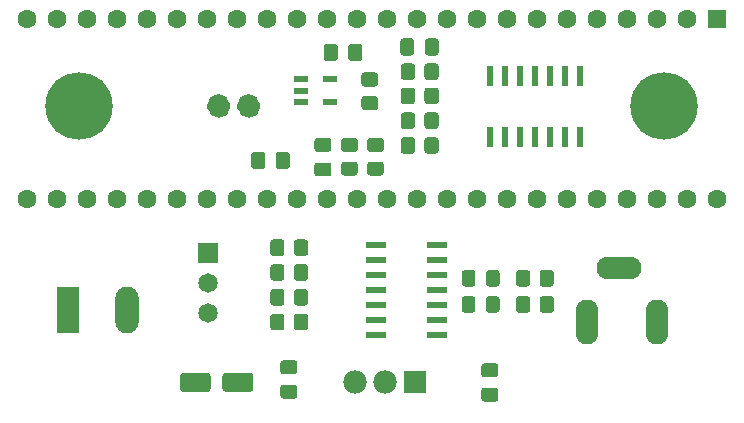
<source format=gbr>
%TF.GenerationSoftware,KiCad,Pcbnew,(5.1.8-0-10_14)*%
%TF.CreationDate,2021-01-27T14:23:45+11:00*%
%TF.ProjectId,Open-JIP(KiCad)_T3.6,4f70656e-2d4a-4495-9028-4b6943616429,rev?*%
%TF.SameCoordinates,Original*%
%TF.FileFunction,Soldermask,Top*%
%TF.FilePolarity,Negative*%
%FSLAX46Y46*%
G04 Gerber Fmt 4.6, Leading zero omitted, Abs format (unit mm)*
G04 Created by KiCad (PCBNEW (5.1.8-0-10_14)) date 2021-01-27 14:23:45*
%MOMM*%
%LPD*%
G01*
G04 APERTURE LIST*
%ADD10C,1.000000*%
%ADD11C,5.700000*%
%ADD12C,1.600000*%
%ADD13R,1.600000X1.600000*%
%ADD14O,1.900000X3.800000*%
%ADD15O,3.800000X1.900000*%
%ADD16R,1.651000X1.651000*%
%ADD17C,1.651000*%
%ADD18R,1.980000X3.960000*%
%ADD19O,1.980000X3.960000*%
%ADD20R,1.701800X0.533400*%
%ADD21R,0.533400X1.701800*%
%ADD22R,1.980000X1.980000*%
%ADD23C,1.980000*%
%ADD24R,1.210000X0.590000*%
G04 APERTURE END LIST*
D10*
%TO.C,D1*%
X147730000Y-82000000D02*
G75*
G03*
X147730000Y-82000000I-500000J0D01*
G01*
X150270000Y-82000000D02*
G75*
G03*
X150270000Y-82000000I-500000J0D01*
G01*
%TD*%
D11*
%TO.C,REF\u002A\u002A*%
X184912000Y-82000000D03*
%TD*%
D12*
%TO.C,U5*%
X148795001Y-74645001D03*
X146255001Y-74645001D03*
X143715001Y-74645001D03*
X141175001Y-74645001D03*
X151335001Y-74645001D03*
X153875001Y-74645001D03*
X156415001Y-74645001D03*
X138635001Y-74645001D03*
X136095001Y-74645001D03*
X133555001Y-74645001D03*
X131015001Y-74645001D03*
X131015001Y-89885001D03*
X133555001Y-89885001D03*
X136095001Y-89885001D03*
X138635001Y-89885001D03*
X141175001Y-89885001D03*
X143715001Y-89885001D03*
X146255001Y-89885001D03*
X148795001Y-89885001D03*
X158955001Y-74645001D03*
X161495001Y-74645001D03*
X164035001Y-74645001D03*
X166575001Y-74645001D03*
X169115001Y-74645001D03*
X171655001Y-74645001D03*
X174195001Y-74645001D03*
X176735001Y-74645001D03*
X179275001Y-74645001D03*
X181815001Y-74645001D03*
X184355001Y-74645001D03*
X186895001Y-74645001D03*
D13*
X189435001Y-74645001D03*
D12*
X151335001Y-89885001D03*
X153875001Y-89885001D03*
X156415001Y-89885001D03*
X158955001Y-89885001D03*
X161495001Y-89885001D03*
X164035001Y-89885001D03*
X166575001Y-89885001D03*
X169115001Y-89885001D03*
X171655001Y-89885001D03*
X174195001Y-89885001D03*
X176735001Y-89885001D03*
X179275001Y-89885001D03*
X181815001Y-89885001D03*
X184355001Y-89885001D03*
X186895001Y-89885001D03*
X189435001Y-89885001D03*
%TD*%
D11*
%TO.C,REF\u002A\u002A*%
X135382000Y-82000000D03*
%TD*%
D14*
%TO.C,J1*%
X178422000Y-100330000D03*
X184352000Y-100330000D03*
D15*
X181102000Y-95680000D03*
%TD*%
%TO.C,R13*%
G36*
G01*
X173606000Y-98355999D02*
X173606000Y-99256001D01*
G75*
G02*
X173356001Y-99506000I-249999J0D01*
G01*
X172655999Y-99506000D01*
G75*
G02*
X172406000Y-99256001I0J249999D01*
G01*
X172406000Y-98355999D01*
G75*
G02*
X172655999Y-98106000I249999J0D01*
G01*
X173356001Y-98106000D01*
G75*
G02*
X173606000Y-98355999I0J-249999D01*
G01*
G37*
G36*
G01*
X175606000Y-98355999D02*
X175606000Y-99256001D01*
G75*
G02*
X175356001Y-99506000I-249999J0D01*
G01*
X174655999Y-99506000D01*
G75*
G02*
X174406000Y-99256001I0J249999D01*
G01*
X174406000Y-98355999D01*
G75*
G02*
X174655999Y-98106000I249999J0D01*
G01*
X175356001Y-98106000D01*
G75*
G02*
X175606000Y-98355999I0J-249999D01*
G01*
G37*
%TD*%
%TO.C,D3*%
G36*
G01*
X169859000Y-99256001D02*
X169859000Y-98355999D01*
G75*
G02*
X170108999Y-98106000I249999J0D01*
G01*
X170759001Y-98106000D01*
G75*
G02*
X171009000Y-98355999I0J-249999D01*
G01*
X171009000Y-99256001D01*
G75*
G02*
X170759001Y-99506000I-249999J0D01*
G01*
X170108999Y-99506000D01*
G75*
G02*
X169859000Y-99256001I0J249999D01*
G01*
G37*
G36*
G01*
X167809000Y-99256001D02*
X167809000Y-98355999D01*
G75*
G02*
X168058999Y-98106000I249999J0D01*
G01*
X168709001Y-98106000D01*
G75*
G02*
X168959000Y-98355999I0J-249999D01*
G01*
X168959000Y-99256001D01*
G75*
G02*
X168709001Y-99506000I-249999J0D01*
G01*
X168058999Y-99506000D01*
G75*
G02*
X167809000Y-99256001I0J249999D01*
G01*
G37*
%TD*%
%TO.C,C1*%
G36*
G01*
X152066500Y-87089000D02*
X152066500Y-86139000D01*
G75*
G02*
X152316500Y-85889000I250000J0D01*
G01*
X152991500Y-85889000D01*
G75*
G02*
X153241500Y-86139000I0J-250000D01*
G01*
X153241500Y-87089000D01*
G75*
G02*
X152991500Y-87339000I-250000J0D01*
G01*
X152316500Y-87339000D01*
G75*
G02*
X152066500Y-87089000I0J250000D01*
G01*
G37*
G36*
G01*
X149991500Y-87089000D02*
X149991500Y-86139000D01*
G75*
G02*
X150241500Y-85889000I250000J0D01*
G01*
X150916500Y-85889000D01*
G75*
G02*
X151166500Y-86139000I0J-250000D01*
G01*
X151166500Y-87089000D01*
G75*
G02*
X150916500Y-87339000I-250000J0D01*
G01*
X150241500Y-87339000D01*
G75*
G02*
X149991500Y-87089000I0J250000D01*
G01*
G37*
%TD*%
%TO.C,C2*%
G36*
G01*
X170655000Y-107035000D02*
X169705000Y-107035000D01*
G75*
G02*
X169455000Y-106785000I0J250000D01*
G01*
X169455000Y-106110000D01*
G75*
G02*
X169705000Y-105860000I250000J0D01*
G01*
X170655000Y-105860000D01*
G75*
G02*
X170905000Y-106110000I0J-250000D01*
G01*
X170905000Y-106785000D01*
G75*
G02*
X170655000Y-107035000I-250000J0D01*
G01*
G37*
G36*
G01*
X170655000Y-104960000D02*
X169705000Y-104960000D01*
G75*
G02*
X169455000Y-104710000I0J250000D01*
G01*
X169455000Y-104035000D01*
G75*
G02*
X169705000Y-103785000I250000J0D01*
G01*
X170655000Y-103785000D01*
G75*
G02*
X170905000Y-104035000I0J-250000D01*
G01*
X170905000Y-104710000D01*
G75*
G02*
X170655000Y-104960000I-250000J0D01*
G01*
G37*
%TD*%
%TO.C,C3*%
G36*
G01*
X162612500Y-77475000D02*
X162612500Y-76525000D01*
G75*
G02*
X162862500Y-76275000I250000J0D01*
G01*
X163537500Y-76275000D01*
G75*
G02*
X163787500Y-76525000I0J-250000D01*
G01*
X163787500Y-77475000D01*
G75*
G02*
X163537500Y-77725000I-250000J0D01*
G01*
X162862500Y-77725000D01*
G75*
G02*
X162612500Y-77475000I0J250000D01*
G01*
G37*
G36*
G01*
X164687500Y-77475000D02*
X164687500Y-76525000D01*
G75*
G02*
X164937500Y-76275000I250000J0D01*
G01*
X165612500Y-76275000D01*
G75*
G02*
X165862500Y-76525000I0J-250000D01*
G01*
X165862500Y-77475000D01*
G75*
G02*
X165612500Y-77725000I-250000J0D01*
G01*
X164937500Y-77725000D01*
G75*
G02*
X164687500Y-77475000I0J250000D01*
G01*
G37*
%TD*%
%TO.C,C4*%
G36*
G01*
X152687000Y-105606000D02*
X153637000Y-105606000D01*
G75*
G02*
X153887000Y-105856000I0J-250000D01*
G01*
X153887000Y-106531000D01*
G75*
G02*
X153637000Y-106781000I-250000J0D01*
G01*
X152687000Y-106781000D01*
G75*
G02*
X152437000Y-106531000I0J250000D01*
G01*
X152437000Y-105856000D01*
G75*
G02*
X152687000Y-105606000I250000J0D01*
G01*
G37*
G36*
G01*
X152687000Y-103531000D02*
X153637000Y-103531000D01*
G75*
G02*
X153887000Y-103781000I0J-250000D01*
G01*
X153887000Y-104456000D01*
G75*
G02*
X153637000Y-104706000I-250000J0D01*
G01*
X152687000Y-104706000D01*
G75*
G02*
X152437000Y-104456000I0J250000D01*
G01*
X152437000Y-103781000D01*
G75*
G02*
X152687000Y-103531000I250000J0D01*
G01*
G37*
%TD*%
%TO.C,C5*%
G36*
G01*
X156525000Y-85887500D02*
X155575000Y-85887500D01*
G75*
G02*
X155325000Y-85637500I0J250000D01*
G01*
X155325000Y-84962500D01*
G75*
G02*
X155575000Y-84712500I250000J0D01*
G01*
X156525000Y-84712500D01*
G75*
G02*
X156775000Y-84962500I0J-250000D01*
G01*
X156775000Y-85637500D01*
G75*
G02*
X156525000Y-85887500I-250000J0D01*
G01*
G37*
G36*
G01*
X156525000Y-87962500D02*
X155575000Y-87962500D01*
G75*
G02*
X155325000Y-87712500I0J250000D01*
G01*
X155325000Y-87037500D01*
G75*
G02*
X155575000Y-86787500I250000J0D01*
G01*
X156525000Y-86787500D01*
G75*
G02*
X156775000Y-87037500I0J-250000D01*
G01*
X156775000Y-87712500D01*
G75*
G02*
X156525000Y-87962500I-250000J0D01*
G01*
G37*
%TD*%
%TO.C,C6*%
G36*
G01*
X159380500Y-76995000D02*
X159380500Y-77945000D01*
G75*
G02*
X159130500Y-78195000I-250000J0D01*
G01*
X158455500Y-78195000D01*
G75*
G02*
X158205500Y-77945000I0J250000D01*
G01*
X158205500Y-76995000D01*
G75*
G02*
X158455500Y-76745000I250000J0D01*
G01*
X159130500Y-76745000D01*
G75*
G02*
X159380500Y-76995000I0J-250000D01*
G01*
G37*
G36*
G01*
X157305500Y-76995000D02*
X157305500Y-77945000D01*
G75*
G02*
X157055500Y-78195000I-250000J0D01*
G01*
X156380500Y-78195000D01*
G75*
G02*
X156130500Y-77945000I0J250000D01*
G01*
X156130500Y-76995000D01*
G75*
G02*
X156380500Y-76745000I250000J0D01*
G01*
X157055500Y-76745000D01*
G75*
G02*
X157305500Y-76995000I0J-250000D01*
G01*
G37*
%TD*%
%TO.C,C7*%
G36*
G01*
X143950000Y-105950000D02*
X143950000Y-104850000D01*
G75*
G02*
X144200000Y-104600000I250000J0D01*
G01*
X146300000Y-104600000D01*
G75*
G02*
X146550000Y-104850000I0J-250000D01*
G01*
X146550000Y-105950000D01*
G75*
G02*
X146300000Y-106200000I-250000J0D01*
G01*
X144200000Y-106200000D01*
G75*
G02*
X143950000Y-105950000I0J250000D01*
G01*
G37*
G36*
G01*
X147550000Y-105950000D02*
X147550000Y-104850000D01*
G75*
G02*
X147800000Y-104600000I250000J0D01*
G01*
X149900000Y-104600000D01*
G75*
G02*
X150150000Y-104850000I0J-250000D01*
G01*
X150150000Y-105950000D01*
G75*
G02*
X149900000Y-106200000I-250000J0D01*
G01*
X147800000Y-106200000D01*
G75*
G02*
X147550000Y-105950000I0J250000D01*
G01*
G37*
%TD*%
D16*
%TO.C,CR1*%
X146350000Y-94450000D03*
D17*
X146350000Y-96990000D03*
X146350000Y-99530000D03*
%TD*%
%TO.C,D2*%
G36*
G01*
X167809000Y-97036001D02*
X167809000Y-96135999D01*
G75*
G02*
X168058999Y-95886000I249999J0D01*
G01*
X168709001Y-95886000D01*
G75*
G02*
X168959000Y-96135999I0J-249999D01*
G01*
X168959000Y-97036001D01*
G75*
G02*
X168709001Y-97286000I-249999J0D01*
G01*
X168058999Y-97286000D01*
G75*
G02*
X167809000Y-97036001I0J249999D01*
G01*
G37*
G36*
G01*
X169859000Y-97036001D02*
X169859000Y-96135999D01*
G75*
G02*
X170108999Y-95886000I249999J0D01*
G01*
X170759001Y-95886000D01*
G75*
G02*
X171009000Y-96135999I0J-249999D01*
G01*
X171009000Y-97036001D01*
G75*
G02*
X170759001Y-97286000I-249999J0D01*
G01*
X170108999Y-97286000D01*
G75*
G02*
X169859000Y-97036001I0J249999D01*
G01*
G37*
%TD*%
D18*
%TO.C,J2*%
X134500000Y-99250000D03*
D19*
X139500000Y-99250000D03*
%TD*%
%TO.C,R1*%
G36*
G01*
X160470001Y-82356000D02*
X159569999Y-82356000D01*
G75*
G02*
X159320000Y-82106001I0J249999D01*
G01*
X159320000Y-81405999D01*
G75*
G02*
X159569999Y-81156000I249999J0D01*
G01*
X160470001Y-81156000D01*
G75*
G02*
X160720000Y-81405999I0J-249999D01*
G01*
X160720000Y-82106001D01*
G75*
G02*
X160470001Y-82356000I-249999J0D01*
G01*
G37*
G36*
G01*
X160470001Y-80356000D02*
X159569999Y-80356000D01*
G75*
G02*
X159320000Y-80106001I0J249999D01*
G01*
X159320000Y-79405999D01*
G75*
G02*
X159569999Y-79156000I249999J0D01*
G01*
X160470001Y-79156000D01*
G75*
G02*
X160720000Y-79405999I0J-249999D01*
G01*
X160720000Y-80106001D01*
G75*
G02*
X160470001Y-80356000I-249999J0D01*
G01*
G37*
%TD*%
%TO.C,R2*%
G36*
G01*
X158750001Y-85900000D02*
X157849999Y-85900000D01*
G75*
G02*
X157600000Y-85650001I0J249999D01*
G01*
X157600000Y-84949999D01*
G75*
G02*
X157849999Y-84700000I249999J0D01*
G01*
X158750001Y-84700000D01*
G75*
G02*
X159000000Y-84949999I0J-249999D01*
G01*
X159000000Y-85650001D01*
G75*
G02*
X158750001Y-85900000I-249999J0D01*
G01*
G37*
G36*
G01*
X158750001Y-87900000D02*
X157849999Y-87900000D01*
G75*
G02*
X157600000Y-87650001I0J249999D01*
G01*
X157600000Y-86949999D01*
G75*
G02*
X157849999Y-86700000I249999J0D01*
G01*
X158750001Y-86700000D01*
G75*
G02*
X159000000Y-86949999I0J-249999D01*
G01*
X159000000Y-87650001D01*
G75*
G02*
X158750001Y-87900000I-249999J0D01*
G01*
G37*
%TD*%
%TO.C,R3*%
G36*
G01*
X162650000Y-85800001D02*
X162650000Y-84899999D01*
G75*
G02*
X162899999Y-84650000I249999J0D01*
G01*
X163600001Y-84650000D01*
G75*
G02*
X163850000Y-84899999I0J-249999D01*
G01*
X163850000Y-85800001D01*
G75*
G02*
X163600001Y-86050000I-249999J0D01*
G01*
X162899999Y-86050000D01*
G75*
G02*
X162650000Y-85800001I0J249999D01*
G01*
G37*
G36*
G01*
X164650000Y-85800001D02*
X164650000Y-84899999D01*
G75*
G02*
X164899999Y-84650000I249999J0D01*
G01*
X165600001Y-84650000D01*
G75*
G02*
X165850000Y-84899999I0J-249999D01*
G01*
X165850000Y-85800001D01*
G75*
G02*
X165600001Y-86050000I-249999J0D01*
G01*
X164899999Y-86050000D01*
G75*
G02*
X164650000Y-85800001I0J249999D01*
G01*
G37*
%TD*%
%TO.C,R4*%
G36*
G01*
X153600000Y-100750001D02*
X153600000Y-99849999D01*
G75*
G02*
X153849999Y-99600000I249999J0D01*
G01*
X154550001Y-99600000D01*
G75*
G02*
X154800000Y-99849999I0J-249999D01*
G01*
X154800000Y-100750001D01*
G75*
G02*
X154550001Y-101000000I-249999J0D01*
G01*
X153849999Y-101000000D01*
G75*
G02*
X153600000Y-100750001I0J249999D01*
G01*
G37*
G36*
G01*
X151600000Y-100750001D02*
X151600000Y-99849999D01*
G75*
G02*
X151849999Y-99600000I249999J0D01*
G01*
X152550001Y-99600000D01*
G75*
G02*
X152800000Y-99849999I0J-249999D01*
G01*
X152800000Y-100750001D01*
G75*
G02*
X152550001Y-101000000I-249999J0D01*
G01*
X151849999Y-101000000D01*
G75*
G02*
X151600000Y-100750001I0J249999D01*
G01*
G37*
%TD*%
%TO.C,R5*%
G36*
G01*
X164650000Y-83700001D02*
X164650000Y-82799999D01*
G75*
G02*
X164899999Y-82550000I249999J0D01*
G01*
X165600001Y-82550000D01*
G75*
G02*
X165850000Y-82799999I0J-249999D01*
G01*
X165850000Y-83700001D01*
G75*
G02*
X165600001Y-83950000I-249999J0D01*
G01*
X164899999Y-83950000D01*
G75*
G02*
X164650000Y-83700001I0J249999D01*
G01*
G37*
G36*
G01*
X162650000Y-83700001D02*
X162650000Y-82799999D01*
G75*
G02*
X162899999Y-82550000I249999J0D01*
G01*
X163600001Y-82550000D01*
G75*
G02*
X163850000Y-82799999I0J-249999D01*
G01*
X163850000Y-83700001D01*
G75*
G02*
X163600001Y-83950000I-249999J0D01*
G01*
X162899999Y-83950000D01*
G75*
G02*
X162650000Y-83700001I0J249999D01*
G01*
G37*
%TD*%
%TO.C,R6*%
G36*
G01*
X151600000Y-98650001D02*
X151600000Y-97749999D01*
G75*
G02*
X151849999Y-97500000I249999J0D01*
G01*
X152550001Y-97500000D01*
G75*
G02*
X152800000Y-97749999I0J-249999D01*
G01*
X152800000Y-98650001D01*
G75*
G02*
X152550001Y-98900000I-249999J0D01*
G01*
X151849999Y-98900000D01*
G75*
G02*
X151600000Y-98650001I0J249999D01*
G01*
G37*
G36*
G01*
X153600000Y-98650001D02*
X153600000Y-97749999D01*
G75*
G02*
X153849999Y-97500000I249999J0D01*
G01*
X154550001Y-97500000D01*
G75*
G02*
X154800000Y-97749999I0J-249999D01*
G01*
X154800000Y-98650001D01*
G75*
G02*
X154550001Y-98900000I-249999J0D01*
G01*
X153849999Y-98900000D01*
G75*
G02*
X153600000Y-98650001I0J249999D01*
G01*
G37*
%TD*%
%TO.C,R7*%
G36*
G01*
X160950001Y-87900000D02*
X160049999Y-87900000D01*
G75*
G02*
X159800000Y-87650001I0J249999D01*
G01*
X159800000Y-86949999D01*
G75*
G02*
X160049999Y-86700000I249999J0D01*
G01*
X160950001Y-86700000D01*
G75*
G02*
X161200000Y-86949999I0J-249999D01*
G01*
X161200000Y-87650001D01*
G75*
G02*
X160950001Y-87900000I-249999J0D01*
G01*
G37*
G36*
G01*
X160950001Y-85900000D02*
X160049999Y-85900000D01*
G75*
G02*
X159800000Y-85650001I0J249999D01*
G01*
X159800000Y-84949999D01*
G75*
G02*
X160049999Y-84700000I249999J0D01*
G01*
X160950001Y-84700000D01*
G75*
G02*
X161200000Y-84949999I0J-249999D01*
G01*
X161200000Y-85650001D01*
G75*
G02*
X160950001Y-85900000I-249999J0D01*
G01*
G37*
%TD*%
%TO.C,R8*%
G36*
G01*
X162650000Y-81600001D02*
X162650000Y-80699999D01*
G75*
G02*
X162899999Y-80450000I249999J0D01*
G01*
X163600001Y-80450000D01*
G75*
G02*
X163850000Y-80699999I0J-249999D01*
G01*
X163850000Y-81600001D01*
G75*
G02*
X163600001Y-81850000I-249999J0D01*
G01*
X162899999Y-81850000D01*
G75*
G02*
X162650000Y-81600001I0J249999D01*
G01*
G37*
G36*
G01*
X164650000Y-81600001D02*
X164650000Y-80699999D01*
G75*
G02*
X164899999Y-80450000I249999J0D01*
G01*
X165600001Y-80450000D01*
G75*
G02*
X165850000Y-80699999I0J-249999D01*
G01*
X165850000Y-81600001D01*
G75*
G02*
X165600001Y-81850000I-249999J0D01*
G01*
X164899999Y-81850000D01*
G75*
G02*
X164650000Y-81600001I0J249999D01*
G01*
G37*
%TD*%
%TO.C,R9*%
G36*
G01*
X151600000Y-96550001D02*
X151600000Y-95649999D01*
G75*
G02*
X151849999Y-95400000I249999J0D01*
G01*
X152550001Y-95400000D01*
G75*
G02*
X152800000Y-95649999I0J-249999D01*
G01*
X152800000Y-96550001D01*
G75*
G02*
X152550001Y-96800000I-249999J0D01*
G01*
X151849999Y-96800000D01*
G75*
G02*
X151600000Y-96550001I0J249999D01*
G01*
G37*
G36*
G01*
X153600000Y-96550001D02*
X153600000Y-95649999D01*
G75*
G02*
X153849999Y-95400000I249999J0D01*
G01*
X154550001Y-95400000D01*
G75*
G02*
X154800000Y-95649999I0J-249999D01*
G01*
X154800000Y-96550001D01*
G75*
G02*
X154550001Y-96800000I-249999J0D01*
G01*
X153849999Y-96800000D01*
G75*
G02*
X153600000Y-96550001I0J249999D01*
G01*
G37*
%TD*%
%TO.C,R10*%
G36*
G01*
X164650000Y-79550001D02*
X164650000Y-78649999D01*
G75*
G02*
X164899999Y-78400000I249999J0D01*
G01*
X165600001Y-78400000D01*
G75*
G02*
X165850000Y-78649999I0J-249999D01*
G01*
X165850000Y-79550001D01*
G75*
G02*
X165600001Y-79800000I-249999J0D01*
G01*
X164899999Y-79800000D01*
G75*
G02*
X164650000Y-79550001I0J249999D01*
G01*
G37*
G36*
G01*
X162650000Y-79550001D02*
X162650000Y-78649999D01*
G75*
G02*
X162899999Y-78400000I249999J0D01*
G01*
X163600001Y-78400000D01*
G75*
G02*
X163850000Y-78649999I0J-249999D01*
G01*
X163850000Y-79550001D01*
G75*
G02*
X163600001Y-79800000I-249999J0D01*
G01*
X162899999Y-79800000D01*
G75*
G02*
X162650000Y-79550001I0J249999D01*
G01*
G37*
%TD*%
%TO.C,R11*%
G36*
G01*
X153600000Y-94450001D02*
X153600000Y-93549999D01*
G75*
G02*
X153849999Y-93300000I249999J0D01*
G01*
X154550001Y-93300000D01*
G75*
G02*
X154800000Y-93549999I0J-249999D01*
G01*
X154800000Y-94450001D01*
G75*
G02*
X154550001Y-94700000I-249999J0D01*
G01*
X153849999Y-94700000D01*
G75*
G02*
X153600000Y-94450001I0J249999D01*
G01*
G37*
G36*
G01*
X151600000Y-94450001D02*
X151600000Y-93549999D01*
G75*
G02*
X151849999Y-93300000I249999J0D01*
G01*
X152550001Y-93300000D01*
G75*
G02*
X152800000Y-93549999I0J-249999D01*
G01*
X152800000Y-94450001D01*
G75*
G02*
X152550001Y-94700000I-249999J0D01*
G01*
X151849999Y-94700000D01*
G75*
G02*
X151600000Y-94450001I0J249999D01*
G01*
G37*
%TD*%
%TO.C,R12*%
G36*
G01*
X173606000Y-96135999D02*
X173606000Y-97036001D01*
G75*
G02*
X173356001Y-97286000I-249999J0D01*
G01*
X172655999Y-97286000D01*
G75*
G02*
X172406000Y-97036001I0J249999D01*
G01*
X172406000Y-96135999D01*
G75*
G02*
X172655999Y-95886000I249999J0D01*
G01*
X173356001Y-95886000D01*
G75*
G02*
X173606000Y-96135999I0J-249999D01*
G01*
G37*
G36*
G01*
X175606000Y-96135999D02*
X175606000Y-97036001D01*
G75*
G02*
X175356001Y-97286000I-249999J0D01*
G01*
X174655999Y-97286000D01*
G75*
G02*
X174406000Y-97036001I0J249999D01*
G01*
X174406000Y-96135999D01*
G75*
G02*
X174655999Y-95886000I249999J0D01*
G01*
X175356001Y-95886000D01*
G75*
G02*
X175606000Y-96135999I0J-249999D01*
G01*
G37*
%TD*%
D20*
%TO.C,U1*%
X160559200Y-93740000D03*
X160559200Y-95010000D03*
X160559200Y-96280000D03*
X160559200Y-97550000D03*
X160559200Y-98820000D03*
X160559200Y-100090000D03*
X160559200Y-101360000D03*
X165740800Y-101360000D03*
X165740800Y-100090000D03*
X165740800Y-98820000D03*
X165740800Y-97550000D03*
X165740800Y-96280000D03*
X165740800Y-95010000D03*
X165740800Y-93740000D03*
%TD*%
D21*
%TO.C,U2*%
X177800000Y-84632800D03*
X176530000Y-84632800D03*
X175260000Y-84632800D03*
X173990000Y-84632800D03*
X172720000Y-84632800D03*
X171450000Y-84632800D03*
X170180000Y-84632800D03*
X170180000Y-79451200D03*
X171450000Y-79451200D03*
X172720000Y-79451200D03*
X173990000Y-79451200D03*
X175260000Y-79451200D03*
X176530000Y-79451200D03*
X177800000Y-79451200D03*
%TD*%
D22*
%TO.C,U3*%
X163830000Y-105410000D03*
D23*
X161290000Y-105410000D03*
X158750000Y-105410000D03*
%TD*%
D24*
%TO.C,U4*%
X154178000Y-79756000D03*
X154178000Y-80706000D03*
X154178000Y-81656000D03*
X156688000Y-81656000D03*
X156688000Y-79756000D03*
%TD*%
M02*

</source>
